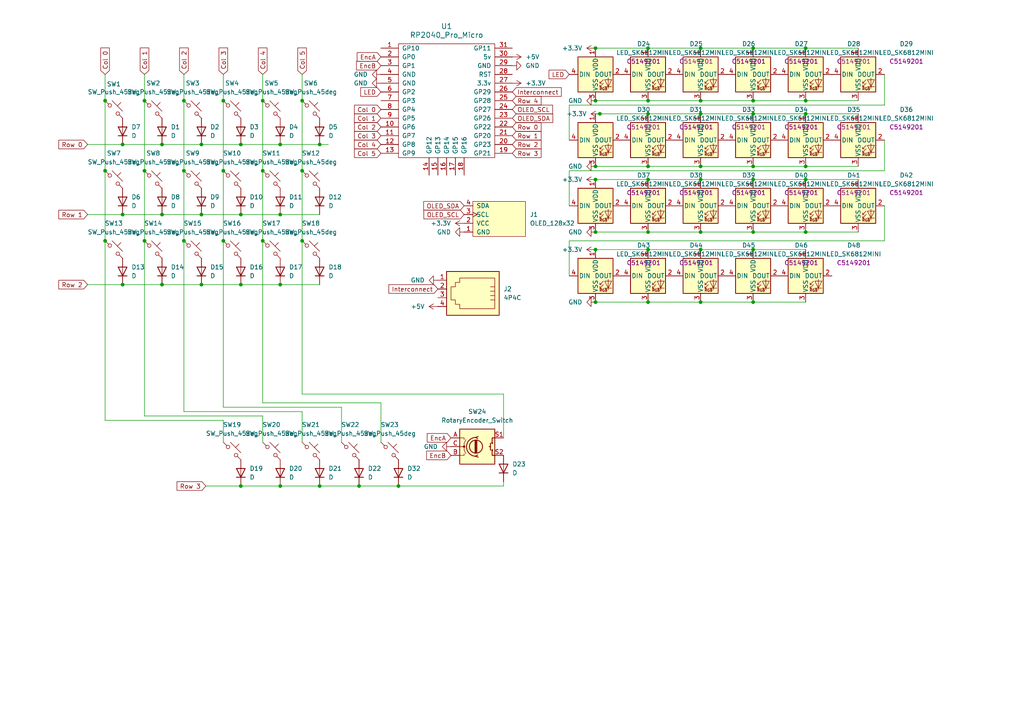
<source format=kicad_sch>
(kicad_sch (version 20231120) (generator "eeschema") (generator_version "8.0")
  (paper "A4")
  (lib_symbols
    (symbol "Connector:4P4C" (pin_names (offset 1.016))
      (property "Reference" "J" (at -5.08 8.89 0))
      (property "Value" "4P4C" (at 2.54 8.89 0))
      (symbol "4P4C_1_1"
        (pin passive line (at 10.16 -2.54 180) (length 2.54) (name "~") (number "1"))
        (pin passive line (at 10.16 0 180) (length 2.54) (name "~") (number "2"))
        (pin passive line (at 10.16 2.54 180) (length 2.54) (name "~") (number "3"))
        (pin passive line (at 10.16 5.08 180) (length 2.54) (name "~") (number "4"))
      )
    )
    (symbol "Device:D" (pin_numbers hide) (pin_names (offset 1.016) hide)
      (property "Reference" "D" (at 0 2.54 0))
      (property "Value" "D" (at 0 -2.54 0))
      (symbol "D_1_1"
        (pin passive line (at -3.81 0 0) (length 2.54) (name "K") (number "1"))
        (pin passive line (at 3.81 0 180) (length 2.54) (name "A") (number "2"))
      )
    )
    (symbol "Device:RotaryEncoder_Switch" (pin_names (offset 0.254) hide)
      (property "Reference" "SW" (at 0 6.604 0))
      (property "Value" "RotaryEncoder_Switch" (at 0 -6.604 0))
      (symbol "RotaryEncoder_Switch_1_1"
        (pin passive line (at -7.62 2.54 0) (length 2.54) (name "A") (number "A"))
        (pin passive line (at -7.62 -2.54 0) (length 2.54) (name "B") (number "B"))
        (pin passive line (at -7.62 0 0) (length 2.54) (name "C") (number "C"))
        (pin passive line (at 7.62 2.54 180) (length 2.54) (name "S1") (number "S1"))
        (pin passive line (at 7.62 -2.54 180) (length 2.54) (name "S2") (number "S2"))
      )
    )
    (symbol "ScottoKicad:LED_SK6812MINI" (pin_names (offset 0.254))
      (property "Reference" "D" (at 2.032 5.588 0))
      (property "Value" "LED_SK6812MINI" (at 1.27 -5.715 0))
      (property "LCSC" "C5149201" (at 0 0 0))
      (symbol "LED_SK6812MINI_0_0"
        (text "RGB" (at 2.286 -4.191 0) (effects (font (size 0.762 0.762))))
      )
      (symbol "LED_SK6812MINI_1_1"
        (pin power_in line (at 0 7.62 270) (length 2.54) (name "VDD") (number "1"))
        (pin output line (at 7.62 0 180) (length 2.54) (name "DOUT") (number "2"))
        (pin power_in line (at 0 -7.62 90) (length 2.54) (name "VSS") (number "3"))
        (pin input line (at -7.62 0 0) (length 2.54) (name "DIN") (number "4"))
      )
    )
    (symbol "ScottoKicad:MCU_RP2040_Pro_Micro" (pin_names (offset 1.016))
      (property "Reference" "U" (at 0 0 0))
      (property "Value" "RP2040_Pro_Micro" (at 0 -27.686 0))
      (symbol "MCU_RP2040_Pro_Micro_1_1"
        (pin input line (at -19.05 15.24 0) (length 5.08) (name "GP10") (number "1"))
        (pin input line (at -19.05 -7.62 0) (length 5.08) (name "GP6") (number "10"))
        (pin input line (at -19.05 -10.16 0) (length 5.08) (name "GP7") (number "11"))
        (pin input line (at -19.05 -12.7 0) (length 5.08) (name "GP8") (number "12"))
        (pin input line (at -19.05 -15.24 0) (length 5.08) (name "GP9") (number "13"))
        (pin input line (at -5.08 -21.59 90) (length 5.08) (name "GP12") (number "14"))
        (pin input line (at -2.54 -21.59 90) (length 5.08) (name "GP13") (number "15"))
        (pin input line (at 0 -21.59 90) (length 5.08) (name "GP14") (number "16"))
        (pin input line (at 2.54 -21.59 90) (length 5.08) (name "GP15") (number "17"))
        (pin input line (at 5.08 -21.59 90) (length 5.08) (name "GP16") (number "18"))
        (pin input line (at 19.05 -15.24 180) (length 5.08) (name "GP21") (number "19"))
        (pin input line (at -19.05 12.7 0) (length 5.08) (name "GP0") (number "2"))
        (pin input line (at 19.05 -12.7 180) (length 5.08) (name "GP23") (number "20"))
        (pin input line (at 19.05 -10.16 180) (length 5.08) (name "GP20") (number "21"))
        (pin input line (at 19.05 -7.62 180) (length 5.08) (name "GP22") (number "22"))
        (pin input line (at 19.05 -5.08 180) (length 5.08) (name "GP26") (number "23"))
        (pin input line (at 19.05 -2.54 180) (length 5.08) (name "GP27") (number "24"))
        (pin input line (at 19.05 0 180) (length 5.08) (name "GP28") (number "25"))
        (pin input line (at 19.05 2.54 180) (length 5.08) (name "GP29") (number "26"))
        (pin input line (at 19.05 5.08 180) (length 5.08) (name "3.3v") (number "27"))
        (pin input line (at 19.05 7.62 180) (length 5.08) (name "RST") (number "28"))
        (pin input line (at 19.05 10.16 180) (length 5.08) (name "GND") (number "29"))
        (pin input line (at -19.05 10.16 0) (length 5.08) (name "GP1") (number "3"))
        (pin input line (at 19.05 12.7 180) (length 5.08) (name "5v") (number "30"))
        (pin input line (at 19.05 15.24 180) (length 5.08) (name "GP11") (number "31"))
        (pin input line (at -19.05 7.62 0) (length 5.08) (name "GND") (number "4"))
        (pin input line (at -19.05 5.08 0) (length 5.08) (name "GND") (number "5"))
        (pin input line (at -19.05 2.54 0) (length 5.08) (name "GP2") (number "6"))
        (pin input line (at -19.05 0 0) (length 5.08) (name "GP3") (number "7"))
        (pin input line (at -19.05 -2.54 0) (length 5.08) (name "GP4") (number "8"))
        (pin input line (at -19.05 -5.08 0) (length 5.08) (name "GP5") (number "9"))
      )
    )
    (symbol "ScottoKicad:OLED_128x32" (pin_names (offset 1.016))
      (property "Reference" "J" (at 0 -6.35 0))
      (property "Value" "OLED_128x32" (at 0 6.35 0))
      (symbol "OLED_128x32_1_1"
        (pin power_in line (at -2.54 -3.81 0) (length 2.54) (name "GND") (number "1"))
        (pin power_in line (at -2.54 -1.27 0) (length 2.54) (name "VCC") (number "2"))
        (pin input clock (at -2.54 1.27 0) (length 2.54) (name "SCL") (number "3"))
        (pin bidirectional line (at -2.54 3.81 0) (length 2.54) (name "SDA") (number "4"))
      )
    )
    (symbol "Switch:SW_Push_45deg" (pin_numbers hide) (pin_names (offset 1.016) hide)
      (property "Reference" "SW" (at 3.048 1.016 0))
      (property "Value" "SW_Push_45deg" (at 0 -3.81 0))
      (symbol "SW_Push_45deg_0_1"
        (pin passive line (at -2.54 2.54 0) (length 0) (name "1") (number "1"))
        (pin passive line (at 2.54 -2.54 180) (length 0) (name "2") (number "2"))
      )
    )
    (symbol "power:+3.3V" (power) (pin_numbers hide) (pin_names (offset 0) hide)
      (property "Value" "+3.3V" (at 0 3.556 0))
      (symbol "+3.3V_1_1"
        (pin power_in line (at 0 0 90) (length 0) (name "~") (number "1"))
      )
    )
    (symbol "power:+5V" (power) (pin_numbers hide) (pin_names (offset 0) hide)
      (property "Value" "+5V" (at 0 3.556 0))
      (symbol "+5V_1_1"
        (pin power_in line (at 0 0 90) (length 0) (name "~") (number "1"))
      )
    )
    (symbol "power:GND" (power) (pin_numbers hide) (pin_names (offset 0) hide)
      (property "Value" "GND" (at 0 -3.81 0))
      (symbol "GND_1_1"
        (pin power_in line (at 0 0 270) (length 0) (name "~") (number "1"))
      )
    )
  )
  (junction (at 30.48 69.85))
  (junction (at 233.68 13.97))
  (junction (at 203.2 48.26))
  (junction (at 64.77 49.53))
  (junction (at 218.44 48.26))
  (junction (at 187.96 87.63))
  (junction (at 69.85 140.97))
  (junction (at 104.14 140.97))
  (junction (at 187.96 33.02))
  (junction (at 46.99 62.23))
  (junction (at 233.68 48.26))
  (junction (at 87.63 69.85))
  (junction (at 35.56 82.55))
  (junction (at 58.42 62.23))
  (junction (at 187.96 52.07))
  (junction (at 81.28 41.91))
  (junction (at 76.2 29.21))
  (junction (at 172.72 52.07))
  (junction (at 81.28 140.97))
  (junction (at 233.68 33.02))
  (junction (at 233.68 52.07))
  (junction (at 187.96 72.39))
  (junction (at 81.28 62.23))
  (junction (at 203.2 29.21))
  (junction (at 69.85 41.91))
  (junction (at 35.56 41.91))
  (junction (at 87.63 49.53))
  (junction (at 233.68 29.21))
  (junction (at 172.72 67.31))
  (junction (at 41.91 49.53))
  (junction (at 46.99 41.91))
  (junction (at 218.44 29.21))
  (junction (at 30.48 29.21))
  (junction (at 81.28 82.55))
  (junction (at 187.96 29.21))
  (junction (at 203.2 67.31))
  (junction (at 218.44 13.97))
  (junction (at 203.2 87.63))
  (junction (at 218.44 52.07))
  (junction (at 172.72 48.26))
  (junction (at 53.34 69.85))
  (junction (at 187.96 67.31))
  (junction (at 187.96 13.97))
  (junction (at 69.85 62.23))
  (junction (at 172.72 87.63))
  (junction (at 218.44 67.31))
  (junction (at 76.2 49.53))
  (junction (at 41.91 29.21))
  (junction (at 92.71 140.97))
  (junction (at 53.34 29.21))
  (junction (at 218.44 72.39))
  (junction (at 233.68 67.31))
  (junction (at 46.99 82.55))
  (junction (at 218.44 33.02))
  (junction (at 87.63 29.21))
  (junction (at 92.71 41.91))
  (junction (at 172.72 29.21))
  (junction (at 203.2 72.39))
  (junction (at 58.42 41.91))
  (junction (at 58.42 82.55))
  (junction (at 203.2 33.02))
  (junction (at 172.72 13.97))
  (junction (at 115.57 140.97))
  (junction (at 203.2 13.97))
  (junction (at 76.2 69.85))
  (junction (at 203.2 52.07))
  (junction (at 218.44 87.63))
  (junction (at 41.91 69.85))
  (junction (at 64.77 29.21))
  (junction (at 35.56 62.23))
  (junction (at 172.72 72.39))
  (junction (at 187.96 48.26))
  (junction (at 53.34 49.53))
  (junction (at 64.77 69.85))
  (junction (at 173.99 33.02))
  (junction (at 30.48 49.53))
  (junction (at 69.85 82.55))
  (wire (pts (xy 203.2 13.97) (xy 218.44 13.97)))
  (wire (pts (xy 173.99 33.02) (xy 187.96 33.02)))
  (wire (pts (xy 203.2 52.07) (xy 218.44 52.07)))
  (wire (pts (xy 110.49 116.84) (xy 110.49 128.27)))
  (wire (pts (xy 203.2 33.02) (xy 218.44 33.02)))
  (wire (pts (xy 25.4 62.23) (xy 35.56 62.23)))
  (wire (pts (xy 76.2 116.84) (xy 110.49 116.84)))
  (wire (pts (xy 172.72 52.07) (xy 187.96 52.07)))
  (wire (pts (xy 58.42 82.55) (xy 69.85 82.55)))
  (wire (pts (xy 172.72 87.63) (xy 187.96 87.63)))
  (wire (pts (xy 115.57 140.97) (xy 146.05 140.97)))
  (wire (pts (xy 87.63 69.85) (xy 87.63 114.3)))
  (wire (pts (xy 233.68 33.02) (xy 248.92 33.02)))
  (wire (pts (xy 172.72 33.02) (xy 173.99 33.02)))
  (wire (pts (xy 41.91 69.85) (xy 41.91 120.65)))
  (wire (pts (xy 165.1 49.53) (xy 256.54 49.53)))
  (wire (pts (xy 46.99 82.55) (xy 58.42 82.55)))
  (wire (pts (xy 69.85 62.23) (xy 81.28 62.23)))
  (wire (pts (xy 87.63 119.38) (xy 87.63 128.27)))
  (wire (pts (xy 256.54 21.59) (xy 256.54 30.48)))
  (wire (pts (xy 92.71 41.91) (xy 95.25 41.91)))
  (wire (pts (xy 87.63 49.53) (xy 87.63 69.85)))
  (wire (pts (xy 76.2 49.53) (xy 76.2 69.85)))
  (wire (pts (xy 30.48 69.85) (xy 30.48 121.92)))
  (wire (pts (xy 187.96 33.02) (xy 203.2 33.02)))
  (wire (pts (xy 46.99 41.91) (xy 58.42 41.91)))
  (wire (pts (xy 53.34 119.38) (xy 87.63 119.38)))
  (wire (pts (xy 76.2 120.65) (xy 76.2 128.27)))
  (wire (pts (xy 172.72 13.97) (xy 187.96 13.97)))
  (wire (pts (xy 203.2 48.26) (xy 218.44 48.26)))
  (wire (pts (xy 81.28 41.91) (xy 92.71 41.91)))
  (wire (pts (xy 99.06 118.11) (xy 99.06 128.27)))
  (wire (pts (xy 187.96 67.31) (xy 203.2 67.31)))
  (wire (pts (xy 69.85 82.55) (xy 81.28 82.55)))
  (wire (pts (xy 187.96 29.21) (xy 203.2 29.21)))
  (wire (pts (xy 64.77 121.92) (xy 64.77 128.27)))
  (wire (pts (xy 92.71 140.97) (xy 104.14 140.97)))
  (wire (pts (xy 64.77 69.85) (xy 64.77 118.11)))
  (wire (pts (xy 256.54 49.53) (xy 256.54 40.64)))
  (wire (pts (xy 69.85 140.97) (xy 81.28 140.97)))
  (wire (pts (xy 87.63 29.21) (xy 87.63 49.53)))
  (wire (pts (xy 256.54 30.48) (xy 165.1 30.48)))
  (wire (pts (xy 69.85 41.91) (xy 81.28 41.91)))
  (wire (pts (xy 35.56 41.91) (xy 46.99 41.91)))
  (wire (pts (xy 203.2 87.63) (xy 218.44 87.63)))
  (wire (pts (xy 187.96 48.26) (xy 203.2 48.26)))
  (wire (pts (xy 64.77 29.21) (xy 64.77 49.53)))
  (wire (pts (xy 81.28 82.55) (xy 92.71 82.55)))
  (wire (pts (xy 172.72 72.39) (xy 187.96 72.39)))
  (wire (pts (xy 187.96 87.63) (xy 203.2 87.63)))
  (wire (pts (xy 218.44 48.26) (xy 233.68 48.26)))
  (wire (pts (xy 104.14 140.97) (xy 115.57 140.97)))
  (wire (pts (xy 81.28 62.23) (xy 92.71 62.23)))
  (wire (pts (xy 30.48 49.53) (xy 30.48 69.85)))
  (wire (pts (xy 187.96 13.97) (xy 203.2 13.97)))
  (wire (pts (xy 25.4 41.91) (xy 35.56 41.91)))
  (wire (pts (xy 59.69 140.97) (xy 69.85 140.97)))
  (wire (pts (xy 218.44 13.97) (xy 233.68 13.97)))
  (wire (pts (xy 203.2 72.39) (xy 218.44 72.39)))
  (wire (pts (xy 218.44 52.07) (xy 233.68 52.07)))
  (wire (pts (xy 53.34 49.53) (xy 53.34 69.85)))
  (wire (pts (xy 233.68 29.21) (xy 248.92 29.21)))
  (wire (pts (xy 35.56 82.55) (xy 46.99 82.55)))
  (wire (pts (xy 76.2 69.85) (xy 76.2 116.84)))
  (wire (pts (xy 233.68 13.97) (xy 248.92 13.97)))
  (wire (pts (xy 41.91 29.21) (xy 41.91 49.53)))
  (wire (pts (xy 203.2 29.21) (xy 218.44 29.21)))
  (wire (pts (xy 25.4 82.55) (xy 35.56 82.55)))
  (wire (pts (xy 64.77 118.11) (xy 99.06 118.11)))
  (wire (pts (xy 165.1 69.85) (xy 165.1 80.01)))
  (wire (pts (xy 41.91 21.59) (xy 41.91 29.21)))
  (wire (pts (xy 218.44 67.31) (xy 233.68 67.31)))
  (wire (pts (xy 53.34 69.85) (xy 53.34 119.38)))
  (wire (pts (xy 165.1 30.48) (xy 165.1 40.64)))
  (wire (pts (xy 165.1 59.69) (xy 165.1 49.53)))
  (wire (pts (xy 81.28 140.97) (xy 92.71 140.97)))
  (wire (pts (xy 53.34 21.59) (xy 53.34 29.21)))
  (wire (pts (xy 218.44 72.39) (xy 233.68 72.39)))
  (wire (pts (xy 218.44 29.21) (xy 233.68 29.21)))
  (wire (pts (xy 53.34 29.21) (xy 53.34 49.53)))
  (wire (pts (xy 30.48 121.92) (xy 64.77 121.92)))
  (wire (pts (xy 233.68 67.31) (xy 248.92 67.31)))
  (wire (pts (xy 41.91 120.65) (xy 76.2 120.65)))
  (wire (pts (xy 76.2 29.21) (xy 76.2 49.53)))
  (wire (pts (xy 172.72 48.26) (xy 187.96 48.26)))
  (wire (pts (xy 87.63 21.59) (xy 87.63 29.21)))
  (wire (pts (xy 30.48 21.59) (xy 30.48 29.21)))
  (wire (pts (xy 46.99 62.23) (xy 58.42 62.23)))
  (wire (pts (xy 146.05 140.97) (xy 146.05 139.7)))
  (wire (pts (xy 233.68 52.07) (xy 248.92 52.07)))
  (wire (pts (xy 58.42 62.23) (xy 69.85 62.23)))
  (wire (pts (xy 146.05 127) (xy 146.05 114.3)))
  (wire (pts (xy 172.72 29.21) (xy 187.96 29.21)))
  (wire (pts (xy 64.77 69.85) (xy 64.77 49.53)))
  (wire (pts (xy 187.96 72.39) (xy 203.2 72.39)))
  (wire (pts (xy 146.05 114.3) (xy 87.63 114.3)))
  (wire (pts (xy 64.77 21.59) (xy 64.77 29.21)))
  (wire (pts (xy 30.48 29.21) (xy 30.48 49.53)))
  (wire (pts (xy 172.72 67.31) (xy 187.96 67.31)))
  (wire (pts (xy 41.91 49.53) (xy 41.91 69.85)))
  (wire (pts (xy 256.54 59.69) (xy 256.54 69.85)))
  (wire (pts (xy 58.42 41.91) (xy 69.85 41.91)))
  (wire (pts (xy 218.44 87.63) (xy 233.68 87.63)))
  (wire (pts (xy 218.44 33.02) (xy 233.68 33.02)))
  (wire (pts (xy 256.54 69.85) (xy 165.1 69.85)))
  (wire (pts (xy 35.56 62.23) (xy 46.99 62.23)))
  (wire (pts (xy 187.96 52.07) (xy 203.2 52.07)))
  (wire (pts (xy 233.68 48.26) (xy 248.92 48.26)))
  (wire (pts (xy 203.2 67.31) (xy 218.44 67.31)))
  (wire (pts (xy 76.2 21.59) (xy 76.2 29.21)))
  (global_label "Col 1" (shape input) (at 110.49 34.29 180) (property "Intersheetrefs" "${INTERSHEET_REFS}" (effects (hide yes))))
  (global_label "Col 3" (shape input) (at 110.49 39.37 180) (property "Intersheetrefs" "${INTERSHEET_REFS}" (effects (hide yes))))
  (global_label "EncA" (shape input) (at 130.81 127 180) (property "Intersheetrefs" "${INTERSHEET_REFS}" (effects (hide yes))))
  (global_label "Col 0" (shape input) (at 110.49 31.75 180) (property "Intersheetrefs" "${INTERSHEET_REFS}" (effects (hide yes))))
  (global_label "Col 4" (shape input) (at 76.2 21.59 90) (property "Intersheetrefs" "${INTERSHEET_REFS}" (effects (hide yes))))
  (global_label "Col 1" (shape input) (at 41.91 21.59 90) (property "Intersheetrefs" "${INTERSHEET_REFS}" (effects (hide yes))))
  (global_label "EncA" (shape input) (at 110.49 16.51 180) (property "Intersheetrefs" "${INTERSHEET_REFS}" (effects (hide yes))))
  (global_label "OLED_SCL" (shape input) (at 148.59 31.75 0) (property "Intersheetrefs" "${INTERSHEET_REFS}" (effects (hide yes))))
  (global_label "Col 2" (shape input) (at 53.34 21.59 90) (property "Intersheetrefs" "${INTERSHEET_REFS}" (effects (hide yes))))
  (global_label "Interconnect" (shape input) (at 127 83.82 180) (property "Intersheetrefs" "${INTERSHEET_REFS}" (effects (hide yes))))
  (global_label "Row 1" (shape input) (at 148.59 39.37 0) (property "Intersheetrefs" "${INTERSHEET_REFS}" (effects (hide yes))))
  (global_label "Row 3" (shape input) (at 148.59 44.45 0) (property "Intersheetrefs" "${INTERSHEET_REFS}" (effects (hide yes))))
  (global_label "Row 0" (shape input) (at 25.4 41.91 180) (property "Intersheetrefs" "${INTERSHEET_REFS}" (effects (hide yes))))
  (global_label "Col 0" (shape input) (at 30.48 21.59 90) (property "Intersheetrefs" "${INTERSHEET_REFS}" (effects (hide yes))))
  (global_label "Col 3" (shape input) (at 64.77 21.59 90) (property "Intersheetrefs" "${INTERSHEET_REFS}" (effects (hide yes))))
  (global_label "Row 4" (shape input) (at 148.59 29.21 0) (property "Intersheetrefs" "${INTERSHEET_REFS}" (effects (hide yes))))
  (global_label "Row 2" (shape input) (at 148.59 41.91 0) (property "Intersheetrefs" "${INTERSHEET_REFS}" (effects (hide yes))))
  (global_label "OLED_SDA" (shape input) (at 148.59 34.29 0) (property "Intersheetrefs" "${INTERSHEET_REFS}" (effects (hide yes))))
  (global_label "LED" (shape input) (at 110.49 26.67 180) (property "Intersheetrefs" "${INTERSHEET_REFS}" (effects (hide yes))))
  (global_label "Row 2" (shape input) (at 25.4 82.55 180) (property "Intersheetrefs" "${INTERSHEET_REFS}" (effects (hide yes))))
  (global_label "OLED_SCL" (shape input) (at 134.62 62.23 180) (property "Intersheetrefs" "${INTERSHEET_REFS}" (effects (hide yes))))
  (global_label "Col 4" (shape input) (at 110.49 41.91 180) (property "Intersheetrefs" "${INTERSHEET_REFS}" (effects (hide yes))))
  (global_label "LED" (shape input) (at 165.1 21.59 180) (property "Intersheetrefs" "${INTERSHEET_REFS}" (effects (hide yes))))
  (global_label "Interconnect" (shape input) (at 148.59 26.67 0) (property "Intersheetrefs" "${INTERSHEET_REFS}" (effects (hide yes))))
  (global_label "EncB" (shape input) (at 130.81 132.08 180) (property "Intersheetrefs" "${INTERSHEET_REFS}" (effects (hide yes))))
  (global_label "OLED_SDA" (shape input) (at 134.62 59.69 180) (property "Intersheetrefs" "${INTERSHEET_REFS}" (effects (hide yes))))
  (global_label "EncB" (shape input) (at 110.49 19.05 180) (property "Intersheetrefs" "${INTERSHEET_REFS}" (effects (hide yes))))
  (global_label "Row 1" (shape input) (at 25.4 62.23 180) (property "Intersheetrefs" "${INTERSHEET_REFS}" (effects (hide yes))))
  (global_label "Col 5" (shape input) (at 87.63 21.59 90) (property "Intersheetrefs" "${INTERSHEET_REFS}" (effects (hide yes))))
  (global_label "Col 5" (shape input) (at 110.49 44.45 180) (property "Intersheetrefs" "${INTERSHEET_REFS}" (effects (hide yes))))
  (global_label "Col 2" (shape input) (at 110.49 36.83 180) (property "Intersheetrefs" "${INTERSHEET_REFS}" (effects (hide yes))))
  (global_label "Row 3" (shape input) (at 59.69 140.97 180) (property "Intersheetrefs" "${INTERSHEET_REFS}" (effects (hide yes))))
  (global_label "Row 0" (shape input) (at 148.59 36.83 0) (property "Intersheetrefs" "${INTERSHEET_REFS}" (effects (hide yes))))
  (symbol (lib_id "Device:D") (at 92.71 58.42 90) (unit 1)
    (property "Reference" "D12" (at 95.25 57.1499 90) (effects (justify right)))
    (property "Value" "D" (at 95.25 59.6899 90) (effects (justify right)))
    (property "Footprint" "ScottoKeebs_Components:Diode_DO-35" (effects (hide yes)))
    (property "Description" "Diode" (effects (hide yes)))
    (property "Sim.Device" "D" (effects (hide yes)))
    (property "Sim.Pins" "1=K 2=A" (effects (hide yes)))
  )
  (symbol (lib_id "Switch:SW_Push_45deg") (at 101.6 130.81 0) (unit 1)
    (property "Reference" "SW22" (at 101.6 123.19 0))
    (property "Value" "SW_Push_45deg" (at 101.6 125.73 0))
    (property "Footprint" "ScottoKeebs_Hotswap:Hotswap_MX_Plated_1.00u" (effects (hide yes)))
    (property "Description" "Push button switch, normally open, two pins, 45° tilted" (effects (hide yes)))
  )
  (symbol (lib_id "Switch:SW_Push_45deg") (at 55.88 31.75 0) (unit 1)
    (property "Reference" "SW3" (at 55.88 24.13 0))
    (property "Value" "SW_Push_45deg" (at 55.88 26.67 0))
    (property "Footprint" "ScottoKeebs_Hotswap:Hotswap_MX_Plated_1.00u" (effects (hide yes)))
    (property "Description" "Push button switch, normally open, two pins, 45° tilted" (effects (hide yes)))
  )
  (symbol (lib_id "Device:D") (at 69.85 137.16 90) (unit 1)
    (property "Reference" "D19" (at 72.39 135.8899 90) (effects (justify right)))
    (property "Value" "D" (at 72.39 138.4299 90) (effects (justify right)))
    (property "Footprint" "ScottoKeebs_Components:Diode_DO-35" (effects (hide yes)))
    (property "Description" "Diode" (effects (hide yes)))
    (property "Sim.Device" "D" (effects (hide yes)))
    (property "Sim.Pins" "1=K 2=A" (effects (hide yes)))
  )
  (symbol (lib_id "power:+3.3V") (at 172.72 72.39 90) (unit 1)
    (property "Reference" "#PWR011" (effects (hide yes)))
    (property "Value" "+3.3V" (at 168.91 72.3899 90) (effects (justify left)))
    (property "Description" "Power symbol creates a global label with name \"+3.3V\"" (effects (hide yes)))
  )
  (symbol (lib_id "Device:D") (at 146.05 135.89 90) (unit 1)
    (property "Reference" "D23" (at 148.59 134.6199 90) (effects (justify right)))
    (property "Value" "D" (at 148.59 137.1599 90) (effects (justify right)))
    (property "Footprint" "ScottoKeebs_Components:Diode_DO-35" (effects (hide yes)))
    (property "Description" "Diode" (effects (hide yes)))
    (property "Sim.Device" "D" (effects (hide yes)))
    (property "Sim.Pins" "1=K 2=A" (effects (hide yes)))
  )
  (symbol (lib_id "ScottoKicad:LED_SK6812MINI") (at 172.72 59.69 0) (unit 1)
    (property "Reference" "D37" (at 186.69 50.8314 0))
    (property "Value" "LED_SK6812MINI" (at 186.69 53.3714 0))
    (property "Footprint" "ScottoKeebs_Components:LED_SK6812MINI" (effects (hide yes)))
    (property "Datasheet" "https://cdn-shop.adafruit.com/product-files/2686/SK6812MINI_REV.01-1-2.pdf" (effects (hide yes)))
    (property "Description" "RGB LED with integrated controller" (effects (hide yes)))
    (property "LCSC" "C5149201" (at 186.69 55.9114 0))
  )
  (symbol (lib_id "Device:D") (at 92.71 137.16 90) (unit 1)
    (property "Reference" "D21" (at 95.25 135.8899 90) (effects (justify right)))
    (property "Value" "D" (at 95.25 138.4299 90) (effects (justify right)))
    (property "Footprint" "ScottoKeebs_Components:Diode_DO-35" (effects (hide yes)))
    (property "Description" "Diode" (effects (hide yes)))
    (property "Sim.Device" "D" (effects (hide yes)))
    (property "Sim.Pins" "1=K 2=A" (effects (hide yes)))
  )
  (symbol (lib_id "ScottoKicad:OLED_128x32") (at 137.16 63.5 0) (unit 1)
    (property "Reference" "J1" (at 153.67 62.2299 0) (effects (justify left)))
    (property "Value" "OLED_128x32" (at 153.67 64.7699 0) (effects (justify left)))
    (property "Footprint" "ScottoKeebs_Components:OLED_128x32" (effects (hide yes)))
  )
  (symbol (lib_id "ScottoKicad:LED_SK6812MINI") (at 172.72 21.59 0) (unit 1)
    (property "Reference" "D24" (at 186.69 12.7314 0))
    (property "Value" "LED_SK6812MINI" (at 186.69 15.2714 0))
    (property "Footprint" "ScottoKeebs_Components:LED_SK6812MINI" (effects (hide yes)))
    (property "Datasheet" "https://cdn-shop.adafruit.com/product-files/2686/SK6812MINI_REV.01-1-2.pdf" (effects (hide yes)))
    (property "Description" "RGB LED with integrated controller" (effects (hide yes)))
    (property "LCSC" "C5149201" (at 186.69 17.8114 0))
  )
  (symbol (lib_id "Connector:4P4C") (at 137.16 83.82 180) (unit 1)
    (property "Reference" "J2" (at 146.05 83.8199 0) (effects (justify right)))
    (property "Value" "4P4C" (at 146.05 86.3599 0) (effects (justify right)))
    (property "Footprint" "Connector_RJ:RJ9_Evercom_5301-440xxx_Horizontal" (effects (hide yes)))
    (property "Description" "RJ connector, 4P4C (4 positions 4 connected), RJ9/RJ10/RJ22" (effects (hide yes)))
  )
  (symbol (lib_id "Device:D") (at 58.42 38.1 90) (unit 1)
    (property "Reference" "D2" (at 60.96 36.8299 90) (effects (justify right)))
    (property "Value" "D" (at 60.96 39.3699 90) (effects (justify right)))
    (property "Footprint" "ScottoKeebs_Components:Diode_DO-35" (effects (hide yes)))
    (property "Description" "Diode" (effects (hide yes)))
    (property "Sim.Device" "D" (effects (hide yes)))
    (property "Sim.Pins" "1=K 2=A" (effects (hide yes)))
  )
  (symbol (lib_id "ScottoKicad:LED_SK6812MINI") (at 187.96 40.64 0) (unit 1)
    (property "Reference" "D31" (at 201.93 31.7814 0))
    (property "Value" "LED_SK6812MINI" (at 201.93 34.3214 0))
    (property "Footprint" "ScottoKeebs_Components:LED_SK6812MINI" (effects (hide yes)))
    (property "Datasheet" "https://cdn-shop.adafruit.com/product-files/2686/SK6812MINI_REV.01-1-2.pdf" (effects (hide yes)))
    (property "Description" "RGB LED with integrated controller" (effects (hide yes)))
    (property "LCSC" "C5149201" (at 201.93 36.8614 0))
  )
  (symbol (lib_id "ScottoKicad:LED_SK6812MINI") (at 218.44 59.69 0) (unit 1)
    (property "Reference" "D40" (at 232.41 50.8314 0))
    (property "Value" "LED_SK6812MINI" (at 232.41 53.3714 0))
    (property "Footprint" "ScottoKeebs_Components:LED_SK6812MINI" (effects (hide yes)))
    (property "Datasheet" "https://cdn-shop.adafruit.com/product-files/2686/SK6812MINI_REV.01-1-2.pdf" (effects (hide yes)))
    (property "Description" "RGB LED with integrated controller" (effects (hide yes)))
    (property "LCSC" "C5149201" (at 232.41 55.9114 0))
  )
  (symbol (lib_id "power:GND") (at 172.72 67.31 270) (unit 1)
    (property "Reference" "#PWR014" (effects (hide yes)))
    (property "Value" "GND" (at 168.91 67.3099 90) (effects (justify right)))
    (property "Description" "Power symbol creates a global label with name \"GND\" , ground" (effects (hide yes)))
  )
  (symbol (lib_id "ScottoKicad:LED_SK6812MINI") (at 218.44 40.64 0) (unit 1)
    (property "Reference" "D34" (at 232.41 31.7814 0))
    (property "Value" "LED_SK6812MINI" (at 232.41 34.3214 0))
    (property "Footprint" "ScottoKeebs_Components:LED_SK6812MINI" (effects (hide yes)))
    (property "Datasheet" "https://cdn-shop.adafruit.com/product-files/2686/SK6812MINI_REV.01-1-2.pdf" (effects (hide yes)))
    (property "Description" "RGB LED with integrated controller" (effects (hide yes)))
    (property "LCSC" "C5149201" (at 232.41 36.8614 0))
  )
  (symbol (lib_id "power:GND") (at 110.49 21.59 270) (unit 1)
    (property "Reference" "#PWR01" (effects (hide yes)))
    (property "Value" "GND" (at 106.68 21.5899 90) (effects (justify right)))
    (property "Description" "Power symbol creates a global label with name \"GND\" , ground" (effects (hide yes)))
  )
  (symbol (lib_id "Switch:SW_Push_45deg") (at 78.74 31.75 0) (unit 1)
    (property "Reference" "SW5" (at 78.74 24.13 0))
    (property "Value" "SW_Push_45deg" (at 78.74 26.67 0))
    (property "Footprint" "ScottoKeebs_Hotswap:Hotswap_MX_Plated_1.00u" (effects (hide yes)))
    (property "Description" "Push button switch, normally open, two pins, 45° tilted" (effects (hide yes)))
  )
  (symbol (lib_id "Switch:SW_Push_45deg") (at 44.45 72.39 0) (unit 1)
    (property "Reference" "SW14" (at 44.45 64.77 0))
    (property "Value" "SW_Push_45deg" (at 44.45 67.31 0))
    (property "Footprint" "ScottoKeebs_Hotswap:Hotswap_MX_Plated_1.00u" (effects (hide yes)))
    (property "Description" "Push button switch, normally open, two pins, 45° tilted" (effects (hide yes)))
  )
  (symbol (lib_id "ScottoKicad:LED_SK6812MINI") (at 203.2 21.59 0) (unit 1)
    (property "Reference" "D26" (at 217.17 12.7314 0))
    (property "Value" "LED_SK6812MINI" (at 217.17 15.2714 0))
    (property "Footprint" "ScottoKeebs_Components:LED_SK6812MINI" (effects (hide yes)))
    (property "Datasheet" "https://cdn-shop.adafruit.com/product-files/2686/SK6812MINI_REV.01-1-2.pdf" (effects (hide yes)))
    (property "Description" "RGB LED with integrated controller" (effects (hide yes)))
    (property "LCSC" "C5149201" (at 217.17 17.8114 0))
  )
  (symbol (lib_id "Switch:SW_Push_45deg") (at 33.02 31.75 0) (unit 1)
    (property "Reference" "SW1" (at 33.02 24.384 0))
    (property "Value" "SW_Push_45deg" (at 33.02 26.67 0))
    (property "Footprint" "ScottoKeebs_Hotswap:Hotswap_MX_Plated_1.00u" (effects (hide yes)))
    (property "Description" "Push button switch, normally open, two pins, 45° tilted" (effects (hide yes)))
  )
  (symbol (lib_id "ScottoKicad:LED_SK6812MINI") (at 203.2 40.64 0) (unit 1)
    (property "Reference" "D33" (at 217.17 31.7814 0))
    (property "Value" "LED_SK6812MINI" (at 217.17 34.3214 0))
    (property "Footprint" "ScottoKeebs_Components:LED_SK6812MINI" (effects (hide yes)))
    (property "Datasheet" "https://cdn-shop.adafruit.com/product-files/2686/SK6812MINI_REV.01-1-2.pdf" (effects (hide yes)))
    (property "Description" "RGB LED with integrated controller" (effects (hide yes)))
    (property "LCSC" "C5149201" (at 217.17 36.8614 0))
  )
  (symbol (lib_id "power:GND") (at 172.72 29.21 270) (unit 1)
    (property "Reference" "#PWR012" (effects (hide yes)))
    (property "Value" "GND" (at 168.91 29.2099 90) (effects (justify right)))
    (property "Description" "Power symbol creates a global label with name \"GND\" , ground" (effects (hide yes)))
  )
  (symbol (lib_id "Switch:SW_Push_45deg") (at 44.45 31.75 0) (unit 1)
    (property "Reference" "SW2" (at 44.45 24.13 0))
    (property "Value" "SW_Push_45deg" (at 44.45 26.67 0))
    (property "Footprint" "ScottoKeebs_Hotswap:Hotswap_MX_Plated_1.00u" (effects (hide yes)))
    (property "Description" "Push button switch, normally open, two pins, 45° tilted" (effects (hide yes)))
  )
  (symbol (lib_id "Device:D") (at 69.85 38.1 90) (unit 1)
    (property "Reference" "D3" (at 72.39 36.8299 90) (effects (justify right)))
    (property "Value" "D" (at 72.39 39.3699 90) (effects (justify right)))
    (property "Footprint" "ScottoKeebs_Components:Diode_DO-35" (effects (hide yes)))
    (property "Description" "Diode" (effects (hide yes)))
    (property "Sim.Device" "D" (effects (hide yes)))
    (property "Sim.Pins" "1=K 2=A" (effects (hide yes)))
  )
  (symbol (lib_id "Device:D") (at 46.99 38.1 90) (unit 1)
    (property "Reference" "D1" (at 49.53 36.8299 90) (effects (justify right)))
    (property "Value" "D" (at 49.53 39.3699 90) (effects (justify right)))
    (property "Footprint" "ScottoKeebs_Components:Diode_DO-35" (effects (hide yes)))
    (property "Description" "Diode" (effects (hide yes)))
    (property "Sim.Device" "D" (effects (hide yes)))
    (property "Sim.Pins" "1=K 2=A" (effects (hide yes)))
  )
  (symbol (lib_id "power:GND") (at 134.62 67.31 270) (unit 1)
    (property "Reference" "#PWR07" (effects (hide yes)))
    (property "Value" "GND" (at 130.81 67.3099 90) (effects (justify right)))
    (property "Description" "Power symbol creates a global label with name \"GND\" , ground" (effects (hide yes)))
  )
  (symbol (lib_id "ScottoKicad:LED_SK6812MINI") (at 187.96 59.69 0) (unit 1)
    (property "Reference" "D38" (at 201.93 50.8314 0))
    (property "Value" "LED_SK6812MINI" (at 201.93 53.3714 0))
    (property "Footprint" "ScottoKeebs_Components:LED_SK6812MINI" (effects (hide yes)))
    (property "Datasheet" "https://cdn-shop.adafruit.com/product-files/2686/SK6812MINI_REV.01-1-2.pdf" (effects (hide yes)))
    (property "Description" "RGB LED with integrated controller" (effects (hide yes)))
    (property "LCSC" "C5149201" (at 201.93 55.9114 0))
  )
  (symbol (lib_id "ScottoKicad:LED_SK6812MINI") (at 233.68 21.59 0) (unit 1)
    (property "Reference" "D28" (at 247.65 12.7314 0))
    (property "Value" "LED_SK6812MINI" (at 247.65 15.2714 0))
    (property "Footprint" "ScottoKeebs_Components:LED_SK6812MINI" (effects (hide yes)))
    (property "Datasheet" "https://cdn-shop.adafruit.com/product-files/2686/SK6812MINI_REV.01-1-2.pdf" (effects (hide yes)))
    (property "Description" "RGB LED with integrated controller" (effects (hide yes)))
    (property "LCSC" "C5149201" (at 247.65 17.8114 0))
  )
  (symbol (lib_id "power:GND") (at 130.81 129.54 270) (unit 1)
    (property "Reference" "#PWR016" (effects (hide yes)))
    (property "Value" "GND" (at 127 129.5399 90) (effects (justify right)))
    (property "Description" "Power symbol creates a global label with name \"GND\" , ground" (effects (hide yes)))
  )
  (symbol (lib_id "ScottoKicad:LED_SK6812MINI") (at 218.44 80.01 0) (unit 1)
    (property "Reference" "D46" (at 232.41 71.1514 0))
    (property "Value" "LED_SK6812MINI" (at 232.41 73.6914 0))
    (property "Footprint" "ScottoKeebs_Components:LED_SK6812MINI" (effects (hide yes)))
    (property "Datasheet" "https://cdn-shop.adafruit.com/product-files/2686/SK6812MINI_REV.01-1-2.pdf" (effects (hide yes)))
    (property "Description" "RGB LED with integrated controller" (effects (hide yes)))
    (property "LCSC" "C5149201" (at 232.41 76.2314 0))
  )
  (symbol (lib_id "Switch:SW_Push_45deg") (at 90.17 130.81 0) (unit 1)
    (property "Reference" "SW21" (at 90.17 123.19 0))
    (property "Value" "SW_Push_45deg" (at 90.17 125.73 0))
    (property "Footprint" "ScottoKeebs_Hotswap:Hotswap_MX_Plated_1.00u" (effects (hide yes)))
    (property "Description" "Push button switch, normally open, two pins, 45° tilted" (effects (hide yes)))
  )
  (symbol (lib_id "power:+3.3V") (at 173.99 33.02 90) (unit 1)
    (property "Reference" "#PWR09" (effects (hide yes)))
    (property "Value" "+3.3V" (at 170.18 33.0199 90) (effects (justify left)))
    (property "Description" "Power symbol creates a global label with name \"+3.3V\"" (effects (hide yes)))
  )
  (symbol (lib_id "Switch:SW_Push_45deg") (at 44.45 52.07 0) (unit 1)
    (property "Reference" "SW8" (at 44.45 44.45 0))
    (property "Value" "SW_Push_45deg" (at 44.45 46.99 0))
    (property "Footprint" "ScottoKeebs_Hotswap:Hotswap_MX_Plated_1.00u" (effects (hide yes)))
    (property "Description" "Push button switch, normally open, two pins, 45° tilted" (effects (hide yes)))
  )
  (symbol (lib_id "Device:D") (at 81.28 58.42 90) (unit 1)
    (property "Reference" "D11" (at 83.82 57.1499 90) (effects (justify right)))
    (property "Value" "D" (at 83.82 59.6899 90) (effects (justify right)))
    (property "Footprint" "ScottoKeebs_Components:Diode_DO-35" (effects (hide yes)))
    (property "Description" "Diode" (effects (hide yes)))
    (property "Sim.Device" "D" (effects (hide yes)))
    (property "Sim.Pins" "1=K 2=A" (effects (hide yes)))
  )
  (symbol (lib_id "Device:D") (at 35.56 58.42 90) (unit 1)
    (property "Reference" "D6" (at 38.1 57.1499 90) (effects (justify right)))
    (property "Value" "D" (at 38.1 59.6899 90) (effects (justify right)))
    (property "Footprint" "ScottoKeebs_Components:Diode_DO-35" (effects (hide yes)))
    (property "Description" "Diode" (effects (hide yes)))
    (property "Sim.Device" "D" (effects (hide yes)))
    (property "Sim.Pins" "1=K 2=A" (effects (hide yes)))
  )
  (symbol (lib_id "power:+5V") (at 148.59 16.51 270) (unit 1)
    (property "Reference" "#PWR04" (effects (hide yes)))
    (property "Value" "+5V" (at 152.4 16.5099 90) (effects (justify left)))
    (property "Description" "Power symbol creates a global label with name \"+5V\"" (effects (hide yes)))
  )
  (symbol (lib_id "ScottoKicad:LED_SK6812MINI") (at 203.2 80.01 0) (unit 1)
    (property "Reference" "D45" (at 217.17 71.1514 0))
    (property "Value" "LED_SK6812MINI" (at 217.17 73.6914 0))
    (property "Footprint" "ScottoKeebs_Components:LED_SK6812MINI" (effects (hide yes)))
    (property "Datasheet" "https://cdn-shop.adafruit.com/product-files/2686/SK6812MINI_REV.01-1-2.pdf" (effects (hide yes)))
    (property "Description" "RGB LED with integrated controller" (effects (hide yes)))
    (property "LCSC" "C5149201" (effects (hide yes)))
  )
  (symbol (lib_id "Switch:SW_Push_45deg") (at 55.88 52.07 0) (unit 1)
    (property "Reference" "SW9" (at 55.88 44.45 0))
    (property "Value" "SW_Push_45deg" (at 55.88 46.99 0))
    (property "Footprint" "ScottoKeebs_Hotswap:Hotswap_MX_Plated_1.00u" (effects (hide yes)))
    (property "Description" "Push button switch, normally open, two pins, 45° tilted" (effects (hide yes)))
  )
  (symbol (lib_id "Switch:SW_Push_45deg") (at 33.02 72.39 0) (unit 1)
    (property "Reference" "SW13" (at 33.02 64.77 0))
    (property "Value" "SW_Push_45deg" (at 33.02 67.31 0))
    (property "Footprint" "ScottoKeebs_Hotswap:Hotswap_MX_Plated_1.00u" (effects (hide yes)))
    (property "Description" "Push button switch, normally open, two pins, 45° tilted" (effects (hide yes)))
  )
  (symbol (lib_id "Device:D") (at 58.42 78.74 90) (unit 1)
    (property "Reference" "D15" (at 60.96 77.4699 90) (effects (justify right)))
    (property "Value" "D" (at 60.96 80.0099 90) (effects (justify right)))
    (property "Footprint" "ScottoKeebs_Components:Diode_DO-35" (effects (hide yes)))
    (property "Description" "Diode" (effects (hide yes)))
    (property "Sim.Device" "D" (effects (hide yes)))
    (property "Sim.Pins" "1=K 2=A" (effects (hide yes)))
  )
  (symbol (lib_id "Switch:SW_Push_45deg") (at 90.17 31.75 0) (unit 1)
    (property "Reference" "SW6" (at 90.17 24.13 0))
    (property "Value" "SW_Push_45deg" (at 90.17 26.67 0))
    (property "Footprint" "ScottoKeebs_Hotswap:Hotswap_MX_Plated_1.00u" (effects (hide yes)))
    (property "Description" "Push button switch, normally open, two pins, 45° tilted" (effects (hide yes)))
  )
  (symbol (lib_id "Switch:SW_Push_45deg") (at 90.17 72.39 0) (unit 1)
    (property "Reference" "SW18" (at 90.17 64.77 0))
    (property "Value" "SW_Push_45deg" (at 90.17 67.31 0))
    (property "Footprint" "ScottoKeebs_Hotswap:Hotswap_MX_Plated_1.00u" (effects (hide yes)))
    (property "Description" "Push button switch, normally open, two pins, 45° tilted" (effects (hide yes)))
  )
  (symbol (lib_id "Switch:SW_Push_45deg") (at 78.74 52.07 0) (unit 1)
    (property "Reference" "SW11" (at 78.74 44.45 0))
    (property "Value" "SW_Push_45deg" (at 78.74 46.99 0))
    (property "Footprint" "ScottoKeebs_Hotswap:Hotswap_MX_Plated_1.00u" (effects (hide yes)))
    (property "Description" "Push button switch, normally open, two pins, 45° tilted" (effects (hide yes)))
  )
  (symbol (lib_id "power:GND") (at 127 81.28 270) (unit 1)
    (property "Reference" "#PWR018" (effects (hide yes)))
    (property "Value" "GND" (at 123.19 81.2799 90) (effects (justify right)))
    (property "Description" "Power symbol creates a global label with name \"GND\" , ground" (effects (hide yes)))
  )
  (symbol (lib_id "Device:D") (at 46.99 78.74 90) (unit 1)
    (property "Reference" "D14" (at 49.53 77.4699 90) (effects (justify right)))
    (property "Value" "D" (at 49.53 80.0099 90) (effects (justify right)))
    (property "Footprint" "ScottoKeebs_Components:Diode_DO-35" (effects (hide yes)))
    (property "Description" "Diode" (effects (hide yes)))
    (property "Sim.Device" "D" (effects (hide yes)))
    (property "Sim.Pins" "1=K 2=A" (effects (hide yes)))
  )
  (symbol (lib_id "Device:D") (at 104.14 137.16 90) (unit 1)
    (property "Reference" "D22" (at 106.68 135.8899 90) (effects (justify right)))
    (property "Value" "D" (at 106.68 138.4299 90) (effects (justify right)))
    (property "Footprint" "ScottoKeebs_Components:Diode_DO-35" (effects (hide yes)))
    (property "Description" "Diode" (effects (hide yes)))
    (property "Sim.Device" "D" (effects (hide yes)))
    (property "Sim.Pins" "1=K 2=A" (effects (hide yes)))
  )
  (symbol (lib_id "Switch:SW_Push_45deg") (at 33.02 52.07 0) (unit 1)
    (property "Reference" "SW7" (at 33.02 44.45 0))
    (property "Value" "SW_Push_45deg" (at 33.02 46.99 0))
    (property "Footprint" "ScottoKeebs_Hotswap:Hotswap_MX_Plated_1.00u" (effects (hide yes)))
    (property "Description" "Push button switch, normally open, two pins, 45° tilted" (effects (hide yes)))
  )
  (symbol (lib_id "Switch:SW_Push_45deg") (at 78.74 130.81 0) (unit 1)
    (property "Reference" "SW20" (at 78.74 123.19 0))
    (property "Value" "SW_Push_45deg" (at 78.74 125.73 0))
    (property "Footprint" "ScottoKeebs_Hotswap:Hotswap_MX_Plated_1.00u" (effects (hide yes)))
    (property "Description" "Push button switch, normally open, two pins, 45° tilted" (effects (hide yes)))
  )
  (symbol (lib_id "Switch:SW_Push_45deg") (at 67.31 31.75 0) (unit 1)
    (property "Reference" "SW4" (at 67.31 24.13 0))
    (property "Value" "SW_Push_45deg" (at 67.31 26.67 0))
    (property "Footprint" "ScottoKeebs_Hotswap:Hotswap_MX_Plated_1.00u" (effects (hide yes)))
    (property "Description" "Push button switch, normally open, two pins, 45° tilted" (effects (hide yes)))
  )
  (symbol (lib_id "Switch:SW_Push_45deg") (at 113.03 130.81 0) (unit 1)
    (property "Reference" "SW23" (at 113.03 123.19 0))
    (property "Value" "SW_Push_45deg" (at 113.03 125.73 0))
    (property "Footprint" "ScottoKeebs_Hotswap:Hotswap_MX_Plated_1.00u" (effects (hide yes)))
    (property "Description" "Push button switch, normally open, two pins, 45° tilted" (effects (hide yes)))
  )
  (symbol (lib_id "Device:D") (at 35.56 38.1 90) (unit 1)
    (property "Reference" "D7" (at 38.1 36.8299 90) (effects (justify right)))
    (property "Value" "D" (at 38.1 39.3699 90) (effects (justify right)))
    (property "Footprint" "ScottoKeebs_Components:Diode_DO-35" (effects (hide yes)))
    (property "Description" "Diode" (effects (hide yes)))
    (property "Sim.Device" "D" (effects (hide yes)))
    (property "Sim.Pins" "1=K 2=A" (effects (hide yes)))
  )
  (symbol (lib_id "power:GND") (at 110.49 24.13 270) (unit 1)
    (property "Reference" "#PWR02" (effects (hide yes)))
    (property "Value" "GND" (at 106.68 24.1299 90) (effects (justify right)))
    (property "Description" "Power symbol creates a global label with name \"GND\" , ground" (effects (hide yes)))
  )
  (symbol (lib_id "power:+3.3V") (at 148.59 24.13 270) (unit 1)
    (property "Reference" "#PWR05" (effects (hide yes)))
    (property "Value" "+3.3V" (at 152.4 24.1299 90) (effects (justify left)))
    (property "Description" "Power symbol creates a global label with name \"+3.3V\"" (effects (hide yes)))
  )
  (symbol (lib_id "Device:D") (at 81.28 137.16 90) (unit 1)
    (property "Reference" "D20" (at 83.82 135.8899 90) (effects (justify right)))
    (property "Value" "D" (at 83.82 138.4299 90) (effects (justify right)))
    (property "Footprint" "ScottoKeebs_Components:Diode_DO-35" (effects (hide yes)))
    (property "Description" "Diode" (effects (hide yes)))
    (property "Sim.Device" "D" (effects (hide yes)))
    (property "Sim.Pins" "1=K 2=A" (effects (hide yes)))
  )
  (symbol (lib_id "power:+5V") (at 127 88.9 90) (unit 1)
    (property "Reference" "#PWR020" (effects (hide yes)))
    (property "Value" "+5V" (at 123.19 88.8999 90) (effects (justify left)))
    (property "Description" "Power symbol creates a global label with name \"+5V\"" (effects (hide yes)))
  )
  (symbol (lib_id "ScottoKicad:LED_SK6812MINI") (at 233.68 80.01 0) (unit 1)
    (property "Reference" "D48" (at 247.65 71.1514 0))
    (property "Value" "LED_SK6812MINI" (at 247.65 73.6914 0))
    (property "Footprint" "ScottoKeebs_Components:LED_SK6812MINI" (effects (hide yes)))
    (property "Datasheet" "https://cdn-shop.adafruit.com/product-files/2686/SK6812MINI_REV.01-1-2.pdf" (effects (hide yes)))
    (property "Description" "RGB LED with integrated controller" (effects (hide yes)))
    (property "LCSC" "C5149201" (at 247.65 76.2314 0))
  )
  (symbol (lib_id "Device:D") (at 69.85 78.74 90) (unit 1)
    (property "Reference" "D16" (at 72.39 77.4699 90) (effects (justify right)))
    (property "Value" "D" (at 72.39 80.0099 90) (effects (justify right)))
    (property "Footprint" "ScottoKeebs_Components:Diode_DO-35" (effects (hide yes)))
    (property "Description" "Diode" (effects (hide yes)))
    (property "Sim.Device" "D" (effects (hide yes)))
    (property "Sim.Pins" "1=K 2=A" (effects (hide yes)))
  )
  (symbol (lib_id "power:GND") (at 172.72 87.63 270) (unit 1)
    (property "Reference" "#PWR015" (effects (hide yes)))
    (property "Value" "GND" (at 168.91 87.6299 90) (effects (justify right)))
    (property "Description" "Power symbol creates a global label with name \"GND\" , ground" (effects (hide yes)))
  )
  (symbol (lib_id "Switch:SW_Push_45deg") (at 67.31 72.39 0) (unit 1)
    (property "Reference" "SW16" (at 67.31 64.77 0))
    (property "Value" "SW_Push_45deg" (at 67.31 67.31 0))
    (property "Footprint" "ScottoKeebs_Hotswap:Hotswap_MX_Plated_1.00u" (effects (hide yes)))
    (property "Description" "Push button switch, normally open, two pins, 45° tilted" (effects (hide yes)))
  )
  (symbol (lib_id "ScottoKicad:LED_SK6812MINI") (at 248.92 21.59 0) (unit 1)
    (property "Reference" "D29" (at 262.89 12.7314 0))
    (property "Value" "LED_SK6812MINI" (at 262.89 15.2714 0))
    (property "Footprint" "ScottoKeebs_Components:LED_SK6812MINI" (effects (hide yes)))
    (property "Datasheet" "https://cdn-shop.adafruit.com/product-files/2686/SK6812MINI_REV.01-1-2.pdf" (effects (hide yes)))
    (property "Description" "RGB LED with integrated controller" (effects (hide yes)))
    (property "LCSC" "C5149201" (at 262.89 17.8114 0))
  )
  (symbol (lib_id "Switch:SW_Push_45deg") (at 90.17 52.07 0) (unit 1)
    (property "Reference" "SW12" (at 90.17 44.45 0))
    (property "Value" "SW_Push_45deg" (at 90.17 46.99 0))
    (property "Footprint" "ScottoKeebs_Hotswap:Hotswap_MX_Plated_1.00u" (effects (hide yes)))
    (property "Description" "Push button switch, normally open, two pins, 45° tilted" (effects (hide yes)))
  )
  (symbol (lib_id "Device:RotaryEncoder_Switch") (at 138.43 129.54 0) (unit 1)
    (property "Reference" "SW24" (at 138.43 119.38 0))
    (property "Value" "RotaryEncoder_Switch" (at 138.43 121.92 0))
    (property "Footprint" "ScottoKeebs_Scotto:Encoder_EC11_MX" (effects (hide yes)))
    (property "Description" "Rotary encoder, dual channel, incremental quadrate outputs, with switch" (effects (hide yes)))
  )
  (symbol (lib_id "Switch:SW_Push_45deg") (at 67.31 130.81 0) (unit 1)
    (property "Reference" "SW19" (at 67.31 123.19 0))
    (property "Value" "SW_Push_45deg" (at 67.31 125.73 0))
    (property "Footprint" "ScottoKeebs_Hotswap:Hotswap_MX_Plated_1.50u" (effects (hide yes)))
    (property "Description" "Push button switch, normally open, two pins, 45° tilted" (effects (hide yes)))
  )
  (symbol (lib_id "Device:D") (at 92.71 38.1 90) (unit 1)
    (property "Reference" "D5" (at 95.25 36.8299 90) (effects (justify right)))
    (property "Value" "D" (at 95.25 39.3699 90) (effects (justify right)))
    (property "Footprint" "ScottoKeebs_Components:Diode_DO-35" (effects (hide yes)))
    (property "Description" "Diode" (effects (hide yes)))
    (property "Sim.Device" "D" (effects (hide yes)))
    (property "Sim.Pins" "1=K 2=A" (effects (hide yes)))
  )
  (symbol (lib_id "Device:D") (at 35.56 78.74 90) (unit 1)
    (property "Reference" "D13" (at 38.1 77.4699 90) (effects (justify right)))
    (property "Value" "D" (at 38.1 80.0099 90) (effects (justify right)))
    (property "Footprint" "ScottoKeebs_Components:Diode_DO-35" (effects (hide yes)))
    (property "Description" "Diode" (effects (hide yes)))
    (property "Sim.Device" "D" (effects (hide yes)))
    (property "Sim.Pins" "1=K 2=A" (effects (hide yes)))
  )
  (symbol (lib_id "ScottoKicad:LED_SK6812MINI") (at 172.72 40.64 0) (unit 1)
    (property "Reference" "D30" (at 186.69 31.7814 0))
    (property "Value" "LED_SK6812MINI" (at 186.69 34.3214 0))
    (property "Footprint" "ScottoKeebs_Components:LED_SK6812MINI" (effects (hide yes)))
    (property "Datasheet" "https://cdn-shop.adafruit.com/product-files/2686/SK6812MINI_REV.01-1-2.pdf" (effects (hide yes)))
    (property "Description" "RGB LED with integrated controller" (effects (hide yes)))
    (property "LCSC" "C5149201" (at 186.69 36.8614 0))
  )
  (symbol (lib_id "power:GND") (at 172.72 48.26 270) (unit 1)
    (property "Reference" "#PWR013" (effects (hide yes)))
    (property "Value" "GND" (at 168.91 48.2599 90) (effects (justify right)))
    (property "Description" "Power symbol creates a global label with name \"GND\" , ground" (effects (hide yes)))
  )
  (symbol (lib_id "ScottoKicad:LED_SK6812MINI") (at 248.92 59.69 0) (unit 1)
    (property "Reference" "D42" (at 262.89 50.8314 0))
    (property "Value" "LED_SK6812MINI" (at 262.89 53.3714 0))
    (property "Footprint" "ScottoKeebs_Components:LED_SK6812MINI" (effects (hide yes)))
    (property "Datasheet" "https://cdn-shop.adafruit.com/product-files/2686/SK6812MINI_REV.01-1-2.pdf" (effects (hide yes)))
    (property "Description" "RGB LED with integrated controller" (effects (hide yes)))
    (property "LCSC" "C5149201" (at 262.89 55.9114 0))
  )
  (symbol (lib_id "Device:D") (at 69.85 58.42 90) (unit 1)
    (property "Reference" "D10" (at 72.39 57.1499 90) (effects (justify right)))
    (property "Value" "D" (at 72.39 59.6899 90) (effects (justify right)))
    (property "Footprint" "ScottoKeebs_Components:Diode_DO-35" (effects (hide yes)))
    (property "Description" "Diode" (effects (hide yes)))
    (property "Sim.Device" "D" (effects (hide yes)))
    (property "Sim.Pins" "1=K 2=A" (effects (hide yes)))
  )
  (symbol (lib_id "Device:D") (at 58.42 58.42 90) (unit 1)
    (property "Reference" "D9" (at 60.96 57.1499 90) (effects (justify right)))
    (property "Value" "D" (at 60.96 59.6899 90) (effects (justify right)))
    (property "Footprint" "ScottoKeebs_Components:Diode_DO-35" (effects (hide yes)))
    (property "Description" "Diode" (effects (hide yes)))
    (property "Sim.Device" "D" (effects (hide yes)))
    (property "Sim.Pins" "1=K 2=A" (effects (hide yes)))
  )
  (symbol (lib_id "ScottoKicad:LED_SK6812MINI") (at 248.92 40.64 0) (unit 1)
    (property "Reference" "D36" (at 262.89 31.7814 0))
    (property "Value" "LED_SK6812MINI" (at 262.89 34.3214 0))
    (property "Footprint" "ScottoKeebs_Components:LED_SK6812MINI" (effects (hide yes)))
    (property "Datasheet" "https://cdn-shop.adafruit.com/product-files/2686/SK6812MINI_REV.01-1-2.pdf" (effects (hide yes)))
    (property "Description" "RGB LED with integrated controller" (effects (hide yes)))
    (property "LCSC" "C5149201" (at 262.89 36.8614 0))
  )
  (symbol (lib_id "Switch:SW_Push_45deg") (at 55.88 72.39 0) (unit 1)
    (property "Reference" "SW15" (at 55.88 64.77 0))
    (property "Value" "SW_Push_45deg" (at 55.88 67.31 0))
    (property "Footprint" "ScottoKeebs_Hotswap:Hotswap_MX_Plated_1.00u" (effects (hide yes)))
    (property "Description" "Push button switch, normally open, two pins, 45° tilted" (effects (hide yes)))
  )
  (symbol (lib_id "Device:D") (at 115.57 137.16 90) (unit 1)
    (property "Reference" "D32" (at 118.11 135.8899 90) (effects (justify right)))
    (property "Value" "D" (at 118.11 138.4299 90) (effects (justify right)))
    (property "Footprint" "ScottoKeebs_Components:Diode_DO-35" (effects (hide yes)))
    (property "Description" "Diode" (effects (hide yes)))
    (property "Sim.Device" "D" (effects (hide yes)))
    (property "Sim.Pins" "1=K 2=A" (effects (hide yes)))
  )
  (symbol (lib_id "ScottoKicad:LED_SK6812MINI") (at 187.96 21.59 0) (unit 1)
    (property "Reference" "D25" (at 201.93 12.7314 0))
    (property "Value" "LED_SK6812MINI" (at 201.93 15.2714 0))
    (property "Footprint" "ScottoKeebs_Components:LED_SK6812MINI" (effects (hide yes)))
    (property "Datasheet" "https://cdn-shop.adafruit.com/product-files/2686/SK6812MINI_REV.01-1-2.pdf" (effects (hide yes)))
    (property "Description" "RGB LED with integrated controller" (effects (hide yes)))
    (property "LCSC" "C5149201" (at 201.93 17.8114 0))
  )
  (symbol (lib_id "ScottoKicad:LED_SK6812MINI") (at 172.72 80.01 0) (unit 1)
    (property "Reference" "D43" (at 186.69 71.1514 0))
    (property "Value" "LED_SK6812MINI" (at 186.69 73.6914 0))
    (property "Footprint" "ScottoKeebs_Components:LED_SK6812MINI" (effects (hide yes)))
    (property "Datasheet" "https://cdn-shop.adafruit.com/product-files/2686/SK6812MINI_REV.01-1-2.pdf" (effects (hide yes)))
    (property "Description" "RGB LED with integrated controller" (effects (hide yes)))
    (property "LCSC" "C5149201" (at 186.69 76.2314 0))
  )
  (symbol (lib_id "Device:D") (at 81.28 78.74 90) (unit 1)
    (property "Reference" "D17" (at 83.82 77.4699 90) (effects (justify right)))
    (property "Value" "D" (at 83.82 80.0099 90) (effects (justify right)))
    (property "Footprint" "ScottoKeebs_Components:Diode_DO-35" (effects (hide yes)))
    (property "Description" "Diode" (effects (hide yes)))
    (property "Sim.Device" "D" (effects (hide yes)))
    (property "Sim.Pins" "1=K 2=A" (effects (hide yes)))
  )
  (symbol (lib_id "power:GND") (at 148.59 19.05 90) (unit 1)
    (property "Reference" "#PWR03" (effects (hide yes)))
    (property "Value" "GND" (at 152.4 19.0499 90) (effects (justify right)))
    (property "Description" "Power symbol creates a global label with name \"GND\" , ground" (effects (hide yes)))
  )
  (symbol (lib_id "ScottoKicad:LED_SK6812MINI") (at 187.96 80.01 0) (unit 1)
    (property "Reference" "D44" (at 201.93 71.1514 0))
    (property "Value" "LED_SK6812MINI" (at 201.93 73.6914 0))
    (property "Footprint" "ScottoKeebs_Components:LED_SK6812MINI" (effects (hide yes)))
    (property "Datasheet" "https://cdn-shop.adafruit.com/product-files/2686/SK6812MINI_REV.01-1-2.pdf" (effects (hide yes)))
    (property "Description" "RGB LED with integrated controller" (effects (hide yes)))
    (property "LCSC" "C5149201" (at 201.93 76.2314 0))
  )
  (symbol (lib_id "Switch:SW_Push_45deg") (at 78.74 72.39 0) (unit 1)
    (property "Reference" "SW17" (at 78.74 64.77 0))
    (property "Value" "SW_Push_45deg" (at 78.74 67.31 0))
    (property "Footprint" "ScottoKeebs_Hotswap:Hotswap_MX_Plated_1.00u" (effects (hide yes)))
    (property "Description" "Push button switch, normally open, two pins, 45° tilted" (effects (hide yes)))
  )
  (symbol (lib_id "power:+3.3V") (at 134.62 64.77 90) (unit 1)
    (property "Reference" "#PWR06" (effects (hide yes)))
    (property "Value" "+3.3V" (at 130.81 64.7699 90) (effects (justify left)))
    (property "Description" "Power symbol creates a global label with name \"+3.3V\"" (effects (hide yes)))
  )
  (symbol (lib_id "Device:D") (at 81.28 38.1 90) (unit 1)
    (property "Reference" "D4" (at 83.82 36.8299 90) (effects (justify right)))
    (property "Value" "D" (at 83.82 39.3699 90) (effects (justify right)))
    (property "Footprint" "ScottoKeebs_Components:Diode_DO-35" (effects (hide yes)))
    (property "Description" "Diode" (effects (hide yes)))
    (property "Sim.Device" "D" (effects (hide yes)))
    (property "Sim.Pins" "1=K 2=A" (effects (hide yes)))
  )
  (symbol (lib_id "ScottoKicad:MCU_RP2040_Pro_Micro") (at 129.54 29.21 0) (unit 1)
    (property "Reference" "U1" (at 129.54 7.62 0) (effects (font (size 1.524 1.524))))
    (property "Value" "RP2040_Pro_Micro" (at 129.54 10.16 0) (effects (font (size 1.524 1.524))))
    (property "Footprint" "ScottoKeebs_MCU:RP2040_Pro_Micro" (effects (hide yes)))
  )
  (symbol (lib_id "ScottoKicad:LED_SK6812MINI") (at 233.68 40.64 0) (unit 1)
    (property "Reference" "D35" (at 247.65 31.7814 0))
    (property "Value" "LED_SK6812MINI" (at 247.65 34.3214 0))
    (property "Footprint" "ScottoKeebs_Components:LED_SK6812MINI" (effects (hide yes)))
    (property "Datasheet" "https://cdn-shop.adafruit.com/product-files/2686/SK6812MINI_REV.01-1-2.pdf" (effects (hide yes)))
    (property "Description" "RGB LED with integrated controller" (effects (hide yes)))
    (property "LCSC" "C5149201" (at 247.65 36.8614 0))
  )
  (symbol (lib_id "power:+3.3V") (at 172.72 52.07 90) (unit 1)
    (property "Reference" "#PWR010" (effects (hide yes)))
    (property "Value" "+3.3V" (at 168.91 52.0699 90) (effects (justify left)))
    (property "Description" "Power symbol creates a global label with name \"+3.3V\"" (effects (hide yes)))
  )
  (symbol (lib_id "ScottoKicad:LED_SK6812MINI") (at 218.44 21.59 0) (unit 1)
    (property "Reference" "D27" (at 232.41 12.7314 0))
    (property "Value" "LED_SK6812MINI" (at 232.41 15.2714 0))
    (property "Footprint" "ScottoKeebs_Components:LED_SK6812MINI" (effects (hide yes)))
    (property "Datasheet" "https://cdn-shop.adafruit.com/product-files/2686/SK6812MINI_REV.01-1-2.pdf" (effects (hide yes)))
    (property "Description" "RGB LED with integrated controller" (effects (hide yes)))
    (property "LCSC" "C5149201" (at 232.41 17.8114 0))
  )
  (symbol (lib_id "Device:D") (at 92.71 78.74 90) (unit 1)
    (property "Reference" "D18" (at 95.25 77.4699 90) (effects (justify right)))
    (property "Value" "D" (at 95.25 80.0099 90) (effects (justify right)))
    (property "Footprint" "ScottoKeebs_Components:Diode_DO-35" (effects (hide yes)))
    (property "Description" "Diode" (effects (hide yes)))
    (property "Sim.Device" "D" (effects (hide yes)))
    (property "Sim.Pins" "1=K 2=A" (effects (hide yes)))
  )
  (symbol (lib_id "ScottoKicad:LED_SK6812MINI") (at 203.2 59.69 0) (unit 1)
    (property "Reference" "D39" (at 217.17 50.8314 0))
    (property "Value" "LED_SK6812MINI" (at 217.17 53.3714 0))
    (property "Footprint" "ScottoKeebs_Components:LED_SK6812MINI" (effects (hide yes)))
    (property "Datasheet" "https://cdn-shop.adafruit.com/product-files/2686/SK6812MINI_REV.01-1-2.pdf" (effects (hide yes)))
    (property "Description" "RGB LED with integrated controller" (effects (hide yes)))
    (property "LCSC" "C5149201" (at 217.17 55.9114 0))
  )
  (symbol (lib_id "ScottoKicad:LED_SK6812MINI") (at 233.68 59.69 0) (unit 1)
    (property "Reference" "D41" (at 247.65 50.8314 0))
    (property "Value" "LED_SK6812MINI" (at 247.65 53.3714 0))
    (property "Footprint" "ScottoKeebs_Components:LED_SK6812MINI" (effects (hide yes)))
    (property "Datasheet" "https://cdn-shop.adafruit.com/product-files/2686/SK6812MINI_REV.01-1-2.pdf" (effects (hide yes)))
    (property "Description" "RGB LED with integrated controller" (effects (hide yes)))
    (property "LCSC" "C5149201" (at 247.65 55.9114 0))
  )
  (symbol (lib_id "power:+3.3V") (at 172.72 13.97 90) (unit 1)
    (property "Reference" "#PWR08" (effects (hide yes)))
    (property "Value" "+3.3V" (at 168.91 13.9699 90) (effects (justify left)))
    (property "Description" "Power symbol creates a global label with name \"+3.3V\"" (effects (hide yes)))
  )
  (symbol (lib_id "Device:D") (at 46.99 58.42 90) (unit 1)
    (property "Reference" "D8" (at 49.53 57.1499 90) (effects (justify right)))
    (property "Value" "D" (at 49.53 59.6899 90) (effects (justify right)))
    (property "Footprint" "ScottoKeebs_Components:Diode_DO-35" (effects (hide yes)))
    (property "Description" "Diode" (effects (hide yes)))
    (property "Sim.Device" "D" (effects (hide yes)))
    (property "Sim.Pins" "1=K 2=A" (effects (hide yes)))
  )
  (symbol (lib_id "Switch:SW_Push_45deg") (at 67.31 52.07 0) (unit 1)
    (property "Reference" "SW10" (at 67.31 44.45 0))
    (property "Value" "SW_Push_45deg" (at 67.31 46.99 0))
    (property "Footprint" "ScottoKeebs_Hotswap:Hotswap_MX_Plated_1.00u" (effects (hide yes)))
    (property "Description" "Push button switch, normally open, two pins, 45° tilted" (effects (hide yes)))
  )
)
</source>
